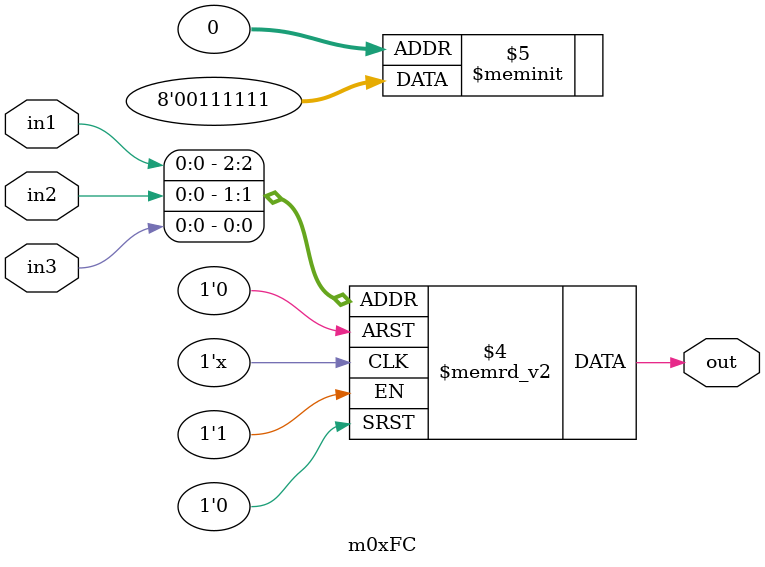
<source format=v>
module m0xFC(output out, input in1, in2, in3);

   always @(in1, in2, in3)
     begin
        case({in1, in2, in3})
          3'b000: {out} = 1'b1;
          3'b001: {out} = 1'b1;
          3'b010: {out} = 1'b1;
          3'b011: {out} = 1'b1;
          3'b100: {out} = 1'b1;
          3'b101: {out} = 1'b1;
          3'b110: {out} = 1'b0;
          3'b111: {out} = 1'b0;
        endcase // case ({in1, in2, in3})
     end // always @ (in1, in2, in3)

endmodule // m0xFC
</source>
